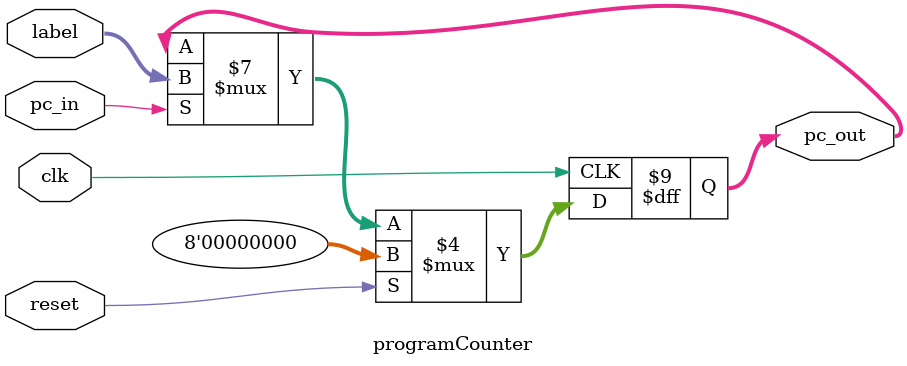
<source format=v>
module programCounter(clk, label, pc_in, pc_out, reset);
	input [7:0] label;
	input clk, pc_in, reset;
	output reg [7:0] pc_out;
	initial
		begin
			$display("Program Counter");
			$monitor(" label = %b pc_in = %b pc_out = %b  ", label, pc_in, pc_out );
		end
	always@(posedge clk)
		begin	
			if(pc_in)
				begin
					pc_out = label;
				end
			if(reset)
				begin
					pc_out = 0;
				end
		end
endmodule





</source>
